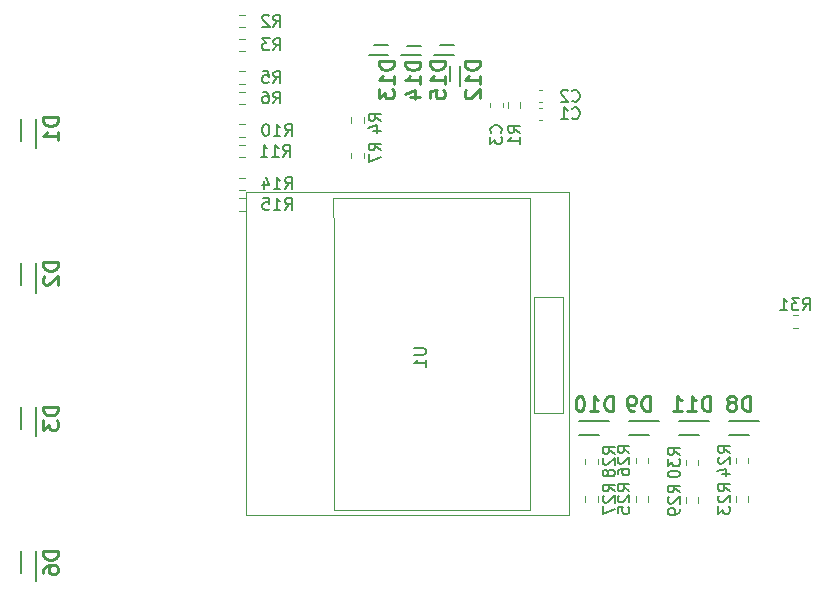
<source format=gbr>
%TF.GenerationSoftware,KiCad,Pcbnew,9.0.3*%
%TF.CreationDate,2025-07-23T10:37:13+02:00*%
%TF.ProjectId,DinoSpand_v2.0,44696e6f-5370-4616-9e64-5f76322e302e,rev?*%
%TF.SameCoordinates,Original*%
%TF.FileFunction,Legend,Bot*%
%TF.FilePolarity,Positive*%
%FSLAX46Y46*%
G04 Gerber Fmt 4.6, Leading zero omitted, Abs format (unit mm)*
G04 Created by KiCad (PCBNEW 9.0.3) date 2025-07-23 10:37:13*
%MOMM*%
%LPD*%
G01*
G04 APERTURE LIST*
%ADD10C,0.150000*%
%ADD11C,0.254000*%
%ADD12C,0.120000*%
%ADD13C,0.200000*%
G04 APERTURE END LIST*
D10*
X113792857Y-51529819D02*
X114126190Y-51053628D01*
X114364285Y-51529819D02*
X114364285Y-50529819D01*
X114364285Y-50529819D02*
X113983333Y-50529819D01*
X113983333Y-50529819D02*
X113888095Y-50577438D01*
X113888095Y-50577438D02*
X113840476Y-50625057D01*
X113840476Y-50625057D02*
X113792857Y-50720295D01*
X113792857Y-50720295D02*
X113792857Y-50863152D01*
X113792857Y-50863152D02*
X113840476Y-50958390D01*
X113840476Y-50958390D02*
X113888095Y-51006009D01*
X113888095Y-51006009D02*
X113983333Y-51053628D01*
X113983333Y-51053628D02*
X114364285Y-51053628D01*
X112840476Y-51529819D02*
X113411904Y-51529819D01*
X113126190Y-51529819D02*
X113126190Y-50529819D01*
X113126190Y-50529819D02*
X113221428Y-50672676D01*
X113221428Y-50672676D02*
X113316666Y-50767914D01*
X113316666Y-50767914D02*
X113411904Y-50815533D01*
X112221428Y-50529819D02*
X112126190Y-50529819D01*
X112126190Y-50529819D02*
X112030952Y-50577438D01*
X112030952Y-50577438D02*
X111983333Y-50625057D01*
X111983333Y-50625057D02*
X111935714Y-50720295D01*
X111935714Y-50720295D02*
X111888095Y-50910771D01*
X111888095Y-50910771D02*
X111888095Y-51148866D01*
X111888095Y-51148866D02*
X111935714Y-51339342D01*
X111935714Y-51339342D02*
X111983333Y-51434580D01*
X111983333Y-51434580D02*
X112030952Y-51482200D01*
X112030952Y-51482200D02*
X112126190Y-51529819D01*
X112126190Y-51529819D02*
X112221428Y-51529819D01*
X112221428Y-51529819D02*
X112316666Y-51482200D01*
X112316666Y-51482200D02*
X112364285Y-51434580D01*
X112364285Y-51434580D02*
X112411904Y-51339342D01*
X112411904Y-51339342D02*
X112459523Y-51148866D01*
X112459523Y-51148866D02*
X112459523Y-50910771D01*
X112459523Y-50910771D02*
X112411904Y-50720295D01*
X112411904Y-50720295D02*
X112364285Y-50625057D01*
X112364285Y-50625057D02*
X112316666Y-50577438D01*
X112316666Y-50577438D02*
X112221428Y-50529819D01*
D11*
X127324318Y-45207856D02*
X126054318Y-45207856D01*
X126054318Y-45207856D02*
X126054318Y-45510237D01*
X126054318Y-45510237D02*
X126114794Y-45691666D01*
X126114794Y-45691666D02*
X126235746Y-45812618D01*
X126235746Y-45812618D02*
X126356699Y-45873095D01*
X126356699Y-45873095D02*
X126598603Y-45933571D01*
X126598603Y-45933571D02*
X126780032Y-45933571D01*
X126780032Y-45933571D02*
X127021937Y-45873095D01*
X127021937Y-45873095D02*
X127142889Y-45812618D01*
X127142889Y-45812618D02*
X127263842Y-45691666D01*
X127263842Y-45691666D02*
X127324318Y-45510237D01*
X127324318Y-45510237D02*
X127324318Y-45207856D01*
X127324318Y-47143095D02*
X127324318Y-46417380D01*
X127324318Y-46780237D02*
X126054318Y-46780237D01*
X126054318Y-46780237D02*
X126235746Y-46659285D01*
X126235746Y-46659285D02*
X126356699Y-46538333D01*
X126356699Y-46538333D02*
X126417175Y-46417380D01*
X126054318Y-48292142D02*
X126054318Y-47687380D01*
X126054318Y-47687380D02*
X126659080Y-47626904D01*
X126659080Y-47626904D02*
X126598603Y-47687380D01*
X126598603Y-47687380D02*
X126538127Y-47808333D01*
X126538127Y-47808333D02*
X126538127Y-48110714D01*
X126538127Y-48110714D02*
X126598603Y-48231666D01*
X126598603Y-48231666D02*
X126659080Y-48292142D01*
X126659080Y-48292142D02*
X126780032Y-48352619D01*
X126780032Y-48352619D02*
X127082413Y-48352619D01*
X127082413Y-48352619D02*
X127203365Y-48292142D01*
X127203365Y-48292142D02*
X127263842Y-48231666D01*
X127263842Y-48231666D02*
X127324318Y-48110714D01*
X127324318Y-48110714D02*
X127324318Y-47808333D01*
X127324318Y-47808333D02*
X127263842Y-47687380D01*
X127263842Y-47687380D02*
X127203365Y-47626904D01*
D10*
X147204819Y-78532142D02*
X146728628Y-78198809D01*
X147204819Y-77960714D02*
X146204819Y-77960714D01*
X146204819Y-77960714D02*
X146204819Y-78341666D01*
X146204819Y-78341666D02*
X146252438Y-78436904D01*
X146252438Y-78436904D02*
X146300057Y-78484523D01*
X146300057Y-78484523D02*
X146395295Y-78532142D01*
X146395295Y-78532142D02*
X146538152Y-78532142D01*
X146538152Y-78532142D02*
X146633390Y-78484523D01*
X146633390Y-78484523D02*
X146681009Y-78436904D01*
X146681009Y-78436904D02*
X146728628Y-78341666D01*
X146728628Y-78341666D02*
X146728628Y-77960714D01*
X146204819Y-78865476D02*
X146204819Y-79484523D01*
X146204819Y-79484523D02*
X146585771Y-79151190D01*
X146585771Y-79151190D02*
X146585771Y-79294047D01*
X146585771Y-79294047D02*
X146633390Y-79389285D01*
X146633390Y-79389285D02*
X146681009Y-79436904D01*
X146681009Y-79436904D02*
X146776247Y-79484523D01*
X146776247Y-79484523D02*
X147014342Y-79484523D01*
X147014342Y-79484523D02*
X147109580Y-79436904D01*
X147109580Y-79436904D02*
X147157200Y-79389285D01*
X147157200Y-79389285D02*
X147204819Y-79294047D01*
X147204819Y-79294047D02*
X147204819Y-79008333D01*
X147204819Y-79008333D02*
X147157200Y-78913095D01*
X147157200Y-78913095D02*
X147109580Y-78865476D01*
X146204819Y-80103571D02*
X146204819Y-80198809D01*
X146204819Y-80198809D02*
X146252438Y-80294047D01*
X146252438Y-80294047D02*
X146300057Y-80341666D01*
X146300057Y-80341666D02*
X146395295Y-80389285D01*
X146395295Y-80389285D02*
X146585771Y-80436904D01*
X146585771Y-80436904D02*
X146823866Y-80436904D01*
X146823866Y-80436904D02*
X147014342Y-80389285D01*
X147014342Y-80389285D02*
X147109580Y-80341666D01*
X147109580Y-80341666D02*
X147157200Y-80294047D01*
X147157200Y-80294047D02*
X147204819Y-80198809D01*
X147204819Y-80198809D02*
X147204819Y-80103571D01*
X147204819Y-80103571D02*
X147157200Y-80008333D01*
X147157200Y-80008333D02*
X147109580Y-79960714D01*
X147109580Y-79960714D02*
X147014342Y-79913095D01*
X147014342Y-79913095D02*
X146823866Y-79865476D01*
X146823866Y-79865476D02*
X146585771Y-79865476D01*
X146585771Y-79865476D02*
X146395295Y-79913095D01*
X146395295Y-79913095D02*
X146300057Y-79960714D01*
X146300057Y-79960714D02*
X146252438Y-80008333D01*
X146252438Y-80008333D02*
X146204819Y-80103571D01*
X138116666Y-48534580D02*
X138164285Y-48582200D01*
X138164285Y-48582200D02*
X138307142Y-48629819D01*
X138307142Y-48629819D02*
X138402380Y-48629819D01*
X138402380Y-48629819D02*
X138545237Y-48582200D01*
X138545237Y-48582200D02*
X138640475Y-48486961D01*
X138640475Y-48486961D02*
X138688094Y-48391723D01*
X138688094Y-48391723D02*
X138735713Y-48201247D01*
X138735713Y-48201247D02*
X138735713Y-48058390D01*
X138735713Y-48058390D02*
X138688094Y-47867914D01*
X138688094Y-47867914D02*
X138640475Y-47772676D01*
X138640475Y-47772676D02*
X138545237Y-47677438D01*
X138545237Y-47677438D02*
X138402380Y-47629819D01*
X138402380Y-47629819D02*
X138307142Y-47629819D01*
X138307142Y-47629819D02*
X138164285Y-47677438D01*
X138164285Y-47677438D02*
X138116666Y-47725057D01*
X137735713Y-47725057D02*
X137688094Y-47677438D01*
X137688094Y-47677438D02*
X137592856Y-47629819D01*
X137592856Y-47629819D02*
X137354761Y-47629819D01*
X137354761Y-47629819D02*
X137259523Y-47677438D01*
X137259523Y-47677438D02*
X137211904Y-47725057D01*
X137211904Y-47725057D02*
X137164285Y-47820295D01*
X137164285Y-47820295D02*
X137164285Y-47915533D01*
X137164285Y-47915533D02*
X137211904Y-48058390D01*
X137211904Y-48058390D02*
X137783332Y-48629819D01*
X137783332Y-48629819D02*
X137164285Y-48629819D01*
X133674819Y-51258333D02*
X133198628Y-50925000D01*
X133674819Y-50686905D02*
X132674819Y-50686905D01*
X132674819Y-50686905D02*
X132674819Y-51067857D01*
X132674819Y-51067857D02*
X132722438Y-51163095D01*
X132722438Y-51163095D02*
X132770057Y-51210714D01*
X132770057Y-51210714D02*
X132865295Y-51258333D01*
X132865295Y-51258333D02*
X133008152Y-51258333D01*
X133008152Y-51258333D02*
X133103390Y-51210714D01*
X133103390Y-51210714D02*
X133151009Y-51163095D01*
X133151009Y-51163095D02*
X133198628Y-51067857D01*
X133198628Y-51067857D02*
X133198628Y-50686905D01*
X133674819Y-52210714D02*
X133674819Y-51639286D01*
X133674819Y-51925000D02*
X132674819Y-51925000D01*
X132674819Y-51925000D02*
X132817676Y-51829762D01*
X132817676Y-51829762D02*
X132912914Y-51734524D01*
X132912914Y-51734524D02*
X132960533Y-51639286D01*
X142954819Y-78357142D02*
X142478628Y-78023809D01*
X142954819Y-77785714D02*
X141954819Y-77785714D01*
X141954819Y-77785714D02*
X141954819Y-78166666D01*
X141954819Y-78166666D02*
X142002438Y-78261904D01*
X142002438Y-78261904D02*
X142050057Y-78309523D01*
X142050057Y-78309523D02*
X142145295Y-78357142D01*
X142145295Y-78357142D02*
X142288152Y-78357142D01*
X142288152Y-78357142D02*
X142383390Y-78309523D01*
X142383390Y-78309523D02*
X142431009Y-78261904D01*
X142431009Y-78261904D02*
X142478628Y-78166666D01*
X142478628Y-78166666D02*
X142478628Y-77785714D01*
X142050057Y-78738095D02*
X142002438Y-78785714D01*
X142002438Y-78785714D02*
X141954819Y-78880952D01*
X141954819Y-78880952D02*
X141954819Y-79119047D01*
X141954819Y-79119047D02*
X142002438Y-79214285D01*
X142002438Y-79214285D02*
X142050057Y-79261904D01*
X142050057Y-79261904D02*
X142145295Y-79309523D01*
X142145295Y-79309523D02*
X142240533Y-79309523D01*
X142240533Y-79309523D02*
X142383390Y-79261904D01*
X142383390Y-79261904D02*
X142954819Y-78690476D01*
X142954819Y-78690476D02*
X142954819Y-79309523D01*
X141954819Y-80166666D02*
X141954819Y-79976190D01*
X141954819Y-79976190D02*
X142002438Y-79880952D01*
X142002438Y-79880952D02*
X142050057Y-79833333D01*
X142050057Y-79833333D02*
X142192914Y-79738095D01*
X142192914Y-79738095D02*
X142383390Y-79690476D01*
X142383390Y-79690476D02*
X142764342Y-79690476D01*
X142764342Y-79690476D02*
X142859580Y-79738095D01*
X142859580Y-79738095D02*
X142907200Y-79785714D01*
X142907200Y-79785714D02*
X142954819Y-79880952D01*
X142954819Y-79880952D02*
X142954819Y-80071428D01*
X142954819Y-80071428D02*
X142907200Y-80166666D01*
X142907200Y-80166666D02*
X142859580Y-80214285D01*
X142859580Y-80214285D02*
X142764342Y-80261904D01*
X142764342Y-80261904D02*
X142526247Y-80261904D01*
X142526247Y-80261904D02*
X142431009Y-80214285D01*
X142431009Y-80214285D02*
X142383390Y-80166666D01*
X142383390Y-80166666D02*
X142335771Y-80071428D01*
X142335771Y-80071428D02*
X142335771Y-79880952D01*
X142335771Y-79880952D02*
X142383390Y-79785714D01*
X142383390Y-79785714D02*
X142431009Y-79738095D01*
X142431009Y-79738095D02*
X142526247Y-79690476D01*
X113792857Y-56029819D02*
X114126190Y-55553628D01*
X114364285Y-56029819D02*
X114364285Y-55029819D01*
X114364285Y-55029819D02*
X113983333Y-55029819D01*
X113983333Y-55029819D02*
X113888095Y-55077438D01*
X113888095Y-55077438D02*
X113840476Y-55125057D01*
X113840476Y-55125057D02*
X113792857Y-55220295D01*
X113792857Y-55220295D02*
X113792857Y-55363152D01*
X113792857Y-55363152D02*
X113840476Y-55458390D01*
X113840476Y-55458390D02*
X113888095Y-55506009D01*
X113888095Y-55506009D02*
X113983333Y-55553628D01*
X113983333Y-55553628D02*
X114364285Y-55553628D01*
X112840476Y-56029819D02*
X113411904Y-56029819D01*
X113126190Y-56029819D02*
X113126190Y-55029819D01*
X113126190Y-55029819D02*
X113221428Y-55172676D01*
X113221428Y-55172676D02*
X113316666Y-55267914D01*
X113316666Y-55267914D02*
X113411904Y-55315533D01*
X111983333Y-55363152D02*
X111983333Y-56029819D01*
X112221428Y-54982200D02*
X112459523Y-55696485D01*
X112459523Y-55696485D02*
X111840476Y-55696485D01*
X138116666Y-50024580D02*
X138164285Y-50072200D01*
X138164285Y-50072200D02*
X138307142Y-50119819D01*
X138307142Y-50119819D02*
X138402380Y-50119819D01*
X138402380Y-50119819D02*
X138545237Y-50072200D01*
X138545237Y-50072200D02*
X138640475Y-49976961D01*
X138640475Y-49976961D02*
X138688094Y-49881723D01*
X138688094Y-49881723D02*
X138735713Y-49691247D01*
X138735713Y-49691247D02*
X138735713Y-49548390D01*
X138735713Y-49548390D02*
X138688094Y-49357914D01*
X138688094Y-49357914D02*
X138640475Y-49262676D01*
X138640475Y-49262676D02*
X138545237Y-49167438D01*
X138545237Y-49167438D02*
X138402380Y-49119819D01*
X138402380Y-49119819D02*
X138307142Y-49119819D01*
X138307142Y-49119819D02*
X138164285Y-49167438D01*
X138164285Y-49167438D02*
X138116666Y-49215057D01*
X137164285Y-50119819D02*
X137735713Y-50119819D01*
X137449999Y-50119819D02*
X137449999Y-49119819D01*
X137449999Y-49119819D02*
X137545237Y-49262676D01*
X137545237Y-49262676D02*
X137640475Y-49357914D01*
X137640475Y-49357914D02*
X137735713Y-49405533D01*
X112816666Y-42279819D02*
X113149999Y-41803628D01*
X113388094Y-42279819D02*
X113388094Y-41279819D01*
X113388094Y-41279819D02*
X113007142Y-41279819D01*
X113007142Y-41279819D02*
X112911904Y-41327438D01*
X112911904Y-41327438D02*
X112864285Y-41375057D01*
X112864285Y-41375057D02*
X112816666Y-41470295D01*
X112816666Y-41470295D02*
X112816666Y-41613152D01*
X112816666Y-41613152D02*
X112864285Y-41708390D01*
X112864285Y-41708390D02*
X112911904Y-41756009D01*
X112911904Y-41756009D02*
X113007142Y-41803628D01*
X113007142Y-41803628D02*
X113388094Y-41803628D01*
X112435713Y-41375057D02*
X112388094Y-41327438D01*
X112388094Y-41327438D02*
X112292856Y-41279819D01*
X112292856Y-41279819D02*
X112054761Y-41279819D01*
X112054761Y-41279819D02*
X111959523Y-41327438D01*
X111959523Y-41327438D02*
X111911904Y-41375057D01*
X111911904Y-41375057D02*
X111864285Y-41470295D01*
X111864285Y-41470295D02*
X111864285Y-41565533D01*
X111864285Y-41565533D02*
X111911904Y-41708390D01*
X111911904Y-41708390D02*
X112483332Y-42279819D01*
X112483332Y-42279819D02*
X111864285Y-42279819D01*
X112816666Y-48779819D02*
X113149999Y-48303628D01*
X113388094Y-48779819D02*
X113388094Y-47779819D01*
X113388094Y-47779819D02*
X113007142Y-47779819D01*
X113007142Y-47779819D02*
X112911904Y-47827438D01*
X112911904Y-47827438D02*
X112864285Y-47875057D01*
X112864285Y-47875057D02*
X112816666Y-47970295D01*
X112816666Y-47970295D02*
X112816666Y-48113152D01*
X112816666Y-48113152D02*
X112864285Y-48208390D01*
X112864285Y-48208390D02*
X112911904Y-48256009D01*
X112911904Y-48256009D02*
X113007142Y-48303628D01*
X113007142Y-48303628D02*
X113388094Y-48303628D01*
X111959523Y-47779819D02*
X112149999Y-47779819D01*
X112149999Y-47779819D02*
X112245237Y-47827438D01*
X112245237Y-47827438D02*
X112292856Y-47875057D01*
X112292856Y-47875057D02*
X112388094Y-48017914D01*
X112388094Y-48017914D02*
X112435713Y-48208390D01*
X112435713Y-48208390D02*
X112435713Y-48589342D01*
X112435713Y-48589342D02*
X112388094Y-48684580D01*
X112388094Y-48684580D02*
X112340475Y-48732200D01*
X112340475Y-48732200D02*
X112245237Y-48779819D01*
X112245237Y-48779819D02*
X112054761Y-48779819D01*
X112054761Y-48779819D02*
X111959523Y-48732200D01*
X111959523Y-48732200D02*
X111911904Y-48684580D01*
X111911904Y-48684580D02*
X111864285Y-48589342D01*
X111864285Y-48589342D02*
X111864285Y-48351247D01*
X111864285Y-48351247D02*
X111911904Y-48256009D01*
X111911904Y-48256009D02*
X111959523Y-48208390D01*
X111959523Y-48208390D02*
X112054761Y-48160771D01*
X112054761Y-48160771D02*
X112245237Y-48160771D01*
X112245237Y-48160771D02*
X112340475Y-48208390D01*
X112340475Y-48208390D02*
X112388094Y-48256009D01*
X112388094Y-48256009D02*
X112435713Y-48351247D01*
X113642857Y-53279819D02*
X113976190Y-52803628D01*
X114214285Y-53279819D02*
X114214285Y-52279819D01*
X114214285Y-52279819D02*
X113833333Y-52279819D01*
X113833333Y-52279819D02*
X113738095Y-52327438D01*
X113738095Y-52327438D02*
X113690476Y-52375057D01*
X113690476Y-52375057D02*
X113642857Y-52470295D01*
X113642857Y-52470295D02*
X113642857Y-52613152D01*
X113642857Y-52613152D02*
X113690476Y-52708390D01*
X113690476Y-52708390D02*
X113738095Y-52756009D01*
X113738095Y-52756009D02*
X113833333Y-52803628D01*
X113833333Y-52803628D02*
X114214285Y-52803628D01*
X112690476Y-53279819D02*
X113261904Y-53279819D01*
X112976190Y-53279819D02*
X112976190Y-52279819D01*
X112976190Y-52279819D02*
X113071428Y-52422676D01*
X113071428Y-52422676D02*
X113166666Y-52517914D01*
X113166666Y-52517914D02*
X113261904Y-52565533D01*
X111738095Y-53279819D02*
X112309523Y-53279819D01*
X112023809Y-53279819D02*
X112023809Y-52279819D01*
X112023809Y-52279819D02*
X112119047Y-52422676D01*
X112119047Y-52422676D02*
X112214285Y-52517914D01*
X112214285Y-52517914D02*
X112309523Y-52565533D01*
X147204819Y-81707142D02*
X146728628Y-81373809D01*
X147204819Y-81135714D02*
X146204819Y-81135714D01*
X146204819Y-81135714D02*
X146204819Y-81516666D01*
X146204819Y-81516666D02*
X146252438Y-81611904D01*
X146252438Y-81611904D02*
X146300057Y-81659523D01*
X146300057Y-81659523D02*
X146395295Y-81707142D01*
X146395295Y-81707142D02*
X146538152Y-81707142D01*
X146538152Y-81707142D02*
X146633390Y-81659523D01*
X146633390Y-81659523D02*
X146681009Y-81611904D01*
X146681009Y-81611904D02*
X146728628Y-81516666D01*
X146728628Y-81516666D02*
X146728628Y-81135714D01*
X146300057Y-82088095D02*
X146252438Y-82135714D01*
X146252438Y-82135714D02*
X146204819Y-82230952D01*
X146204819Y-82230952D02*
X146204819Y-82469047D01*
X146204819Y-82469047D02*
X146252438Y-82564285D01*
X146252438Y-82564285D02*
X146300057Y-82611904D01*
X146300057Y-82611904D02*
X146395295Y-82659523D01*
X146395295Y-82659523D02*
X146490533Y-82659523D01*
X146490533Y-82659523D02*
X146633390Y-82611904D01*
X146633390Y-82611904D02*
X147204819Y-82040476D01*
X147204819Y-82040476D02*
X147204819Y-82659523D01*
X147204819Y-83135714D02*
X147204819Y-83326190D01*
X147204819Y-83326190D02*
X147157200Y-83421428D01*
X147157200Y-83421428D02*
X147109580Y-83469047D01*
X147109580Y-83469047D02*
X146966723Y-83564285D01*
X146966723Y-83564285D02*
X146776247Y-83611904D01*
X146776247Y-83611904D02*
X146395295Y-83611904D01*
X146395295Y-83611904D02*
X146300057Y-83564285D01*
X146300057Y-83564285D02*
X146252438Y-83516666D01*
X146252438Y-83516666D02*
X146204819Y-83421428D01*
X146204819Y-83421428D02*
X146204819Y-83230952D01*
X146204819Y-83230952D02*
X146252438Y-83135714D01*
X146252438Y-83135714D02*
X146300057Y-83088095D01*
X146300057Y-83088095D02*
X146395295Y-83040476D01*
X146395295Y-83040476D02*
X146633390Y-83040476D01*
X146633390Y-83040476D02*
X146728628Y-83088095D01*
X146728628Y-83088095D02*
X146776247Y-83135714D01*
X146776247Y-83135714D02*
X146823866Y-83230952D01*
X146823866Y-83230952D02*
X146823866Y-83421428D01*
X146823866Y-83421428D02*
X146776247Y-83516666D01*
X146776247Y-83516666D02*
X146728628Y-83564285D01*
X146728628Y-83564285D02*
X146633390Y-83611904D01*
X112816666Y-47029819D02*
X113149999Y-46553628D01*
X113388094Y-47029819D02*
X113388094Y-46029819D01*
X113388094Y-46029819D02*
X113007142Y-46029819D01*
X113007142Y-46029819D02*
X112911904Y-46077438D01*
X112911904Y-46077438D02*
X112864285Y-46125057D01*
X112864285Y-46125057D02*
X112816666Y-46220295D01*
X112816666Y-46220295D02*
X112816666Y-46363152D01*
X112816666Y-46363152D02*
X112864285Y-46458390D01*
X112864285Y-46458390D02*
X112911904Y-46506009D01*
X112911904Y-46506009D02*
X113007142Y-46553628D01*
X113007142Y-46553628D02*
X113388094Y-46553628D01*
X111911904Y-46029819D02*
X112388094Y-46029819D01*
X112388094Y-46029819D02*
X112435713Y-46506009D01*
X112435713Y-46506009D02*
X112388094Y-46458390D01*
X112388094Y-46458390D02*
X112292856Y-46410771D01*
X112292856Y-46410771D02*
X112054761Y-46410771D01*
X112054761Y-46410771D02*
X111959523Y-46458390D01*
X111959523Y-46458390D02*
X111911904Y-46506009D01*
X111911904Y-46506009D02*
X111864285Y-46601247D01*
X111864285Y-46601247D02*
X111864285Y-46839342D01*
X111864285Y-46839342D02*
X111911904Y-46934580D01*
X111911904Y-46934580D02*
X111959523Y-46982200D01*
X111959523Y-46982200D02*
X112054761Y-47029819D01*
X112054761Y-47029819D02*
X112292856Y-47029819D01*
X112292856Y-47029819D02*
X112388094Y-46982200D01*
X112388094Y-46982200D02*
X112435713Y-46934580D01*
D11*
X149792143Y-74824318D02*
X149792143Y-73554318D01*
X149792143Y-73554318D02*
X149489762Y-73554318D01*
X149489762Y-73554318D02*
X149308333Y-73614794D01*
X149308333Y-73614794D02*
X149187381Y-73735746D01*
X149187381Y-73735746D02*
X149126904Y-73856699D01*
X149126904Y-73856699D02*
X149066428Y-74098603D01*
X149066428Y-74098603D02*
X149066428Y-74280032D01*
X149066428Y-74280032D02*
X149126904Y-74521937D01*
X149126904Y-74521937D02*
X149187381Y-74642889D01*
X149187381Y-74642889D02*
X149308333Y-74763842D01*
X149308333Y-74763842D02*
X149489762Y-74824318D01*
X149489762Y-74824318D02*
X149792143Y-74824318D01*
X147856904Y-74824318D02*
X148582619Y-74824318D01*
X148219762Y-74824318D02*
X148219762Y-73554318D01*
X148219762Y-73554318D02*
X148340714Y-73735746D01*
X148340714Y-73735746D02*
X148461666Y-73856699D01*
X148461666Y-73856699D02*
X148582619Y-73917175D01*
X146647380Y-74824318D02*
X147373095Y-74824318D01*
X147010238Y-74824318D02*
X147010238Y-73554318D01*
X147010238Y-73554318D02*
X147131190Y-73735746D01*
X147131190Y-73735746D02*
X147252142Y-73856699D01*
X147252142Y-73856699D02*
X147373095Y-73917175D01*
X94574318Y-86683170D02*
X93304318Y-86683170D01*
X93304318Y-86683170D02*
X93304318Y-86985551D01*
X93304318Y-86985551D02*
X93364794Y-87166980D01*
X93364794Y-87166980D02*
X93485746Y-87287932D01*
X93485746Y-87287932D02*
X93606699Y-87348409D01*
X93606699Y-87348409D02*
X93848603Y-87408885D01*
X93848603Y-87408885D02*
X94030032Y-87408885D01*
X94030032Y-87408885D02*
X94271937Y-87348409D01*
X94271937Y-87348409D02*
X94392889Y-87287932D01*
X94392889Y-87287932D02*
X94513842Y-87166980D01*
X94513842Y-87166980D02*
X94574318Y-86985551D01*
X94574318Y-86985551D02*
X94574318Y-86683170D01*
X93304318Y-88497456D02*
X93304318Y-88255551D01*
X93304318Y-88255551D02*
X93364794Y-88134599D01*
X93364794Y-88134599D02*
X93425270Y-88074123D01*
X93425270Y-88074123D02*
X93606699Y-87953170D01*
X93606699Y-87953170D02*
X93848603Y-87892694D01*
X93848603Y-87892694D02*
X94332413Y-87892694D01*
X94332413Y-87892694D02*
X94453365Y-87953170D01*
X94453365Y-87953170D02*
X94513842Y-88013647D01*
X94513842Y-88013647D02*
X94574318Y-88134599D01*
X94574318Y-88134599D02*
X94574318Y-88376504D01*
X94574318Y-88376504D02*
X94513842Y-88497456D01*
X94513842Y-88497456D02*
X94453365Y-88557932D01*
X94453365Y-88557932D02*
X94332413Y-88618409D01*
X94332413Y-88618409D02*
X94030032Y-88618409D01*
X94030032Y-88618409D02*
X93909080Y-88557932D01*
X93909080Y-88557932D02*
X93848603Y-88497456D01*
X93848603Y-88497456D02*
X93788127Y-88376504D01*
X93788127Y-88376504D02*
X93788127Y-88134599D01*
X93788127Y-88134599D02*
X93848603Y-88013647D01*
X93848603Y-88013647D02*
X93909080Y-87953170D01*
X93909080Y-87953170D02*
X94030032Y-87892694D01*
D10*
X132059580Y-51258333D02*
X132107200Y-51210714D01*
X132107200Y-51210714D02*
X132154819Y-51067857D01*
X132154819Y-51067857D02*
X132154819Y-50972619D01*
X132154819Y-50972619D02*
X132107200Y-50829762D01*
X132107200Y-50829762D02*
X132011961Y-50734524D01*
X132011961Y-50734524D02*
X131916723Y-50686905D01*
X131916723Y-50686905D02*
X131726247Y-50639286D01*
X131726247Y-50639286D02*
X131583390Y-50639286D01*
X131583390Y-50639286D02*
X131392914Y-50686905D01*
X131392914Y-50686905D02*
X131297676Y-50734524D01*
X131297676Y-50734524D02*
X131202438Y-50829762D01*
X131202438Y-50829762D02*
X131154819Y-50972619D01*
X131154819Y-50972619D02*
X131154819Y-51067857D01*
X131154819Y-51067857D02*
X131202438Y-51210714D01*
X131202438Y-51210714D02*
X131250057Y-51258333D01*
X131154819Y-51591667D02*
X131154819Y-52210714D01*
X131154819Y-52210714D02*
X131535771Y-51877381D01*
X131535771Y-51877381D02*
X131535771Y-52020238D01*
X131535771Y-52020238D02*
X131583390Y-52115476D01*
X131583390Y-52115476D02*
X131631009Y-52163095D01*
X131631009Y-52163095D02*
X131726247Y-52210714D01*
X131726247Y-52210714D02*
X131964342Y-52210714D01*
X131964342Y-52210714D02*
X132059580Y-52163095D01*
X132059580Y-52163095D02*
X132107200Y-52115476D01*
X132107200Y-52115476D02*
X132154819Y-52020238D01*
X132154819Y-52020238D02*
X132154819Y-51734524D01*
X132154819Y-51734524D02*
X132107200Y-51639286D01*
X132107200Y-51639286D02*
X132059580Y-51591667D01*
X121879819Y-50258333D02*
X121403628Y-49925000D01*
X121879819Y-49686905D02*
X120879819Y-49686905D01*
X120879819Y-49686905D02*
X120879819Y-50067857D01*
X120879819Y-50067857D02*
X120927438Y-50163095D01*
X120927438Y-50163095D02*
X120975057Y-50210714D01*
X120975057Y-50210714D02*
X121070295Y-50258333D01*
X121070295Y-50258333D02*
X121213152Y-50258333D01*
X121213152Y-50258333D02*
X121308390Y-50210714D01*
X121308390Y-50210714D02*
X121356009Y-50163095D01*
X121356009Y-50163095D02*
X121403628Y-50067857D01*
X121403628Y-50067857D02*
X121403628Y-49686905D01*
X121213152Y-51115476D02*
X121879819Y-51115476D01*
X120832200Y-50877381D02*
X121546485Y-50639286D01*
X121546485Y-50639286D02*
X121546485Y-51258333D01*
D11*
X153187381Y-74824318D02*
X153187381Y-73554318D01*
X153187381Y-73554318D02*
X152885000Y-73554318D01*
X152885000Y-73554318D02*
X152703571Y-73614794D01*
X152703571Y-73614794D02*
X152582619Y-73735746D01*
X152582619Y-73735746D02*
X152522142Y-73856699D01*
X152522142Y-73856699D02*
X152461666Y-74098603D01*
X152461666Y-74098603D02*
X152461666Y-74280032D01*
X152461666Y-74280032D02*
X152522142Y-74521937D01*
X152522142Y-74521937D02*
X152582619Y-74642889D01*
X152582619Y-74642889D02*
X152703571Y-74763842D01*
X152703571Y-74763842D02*
X152885000Y-74824318D01*
X152885000Y-74824318D02*
X153187381Y-74824318D01*
X151735952Y-74098603D02*
X151856904Y-74038127D01*
X151856904Y-74038127D02*
X151917381Y-73977651D01*
X151917381Y-73977651D02*
X151977857Y-73856699D01*
X151977857Y-73856699D02*
X151977857Y-73796222D01*
X151977857Y-73796222D02*
X151917381Y-73675270D01*
X151917381Y-73675270D02*
X151856904Y-73614794D01*
X151856904Y-73614794D02*
X151735952Y-73554318D01*
X151735952Y-73554318D02*
X151494047Y-73554318D01*
X151494047Y-73554318D02*
X151373095Y-73614794D01*
X151373095Y-73614794D02*
X151312619Y-73675270D01*
X151312619Y-73675270D02*
X151252142Y-73796222D01*
X151252142Y-73796222D02*
X151252142Y-73856699D01*
X151252142Y-73856699D02*
X151312619Y-73977651D01*
X151312619Y-73977651D02*
X151373095Y-74038127D01*
X151373095Y-74038127D02*
X151494047Y-74098603D01*
X151494047Y-74098603D02*
X151735952Y-74098603D01*
X151735952Y-74098603D02*
X151856904Y-74159080D01*
X151856904Y-74159080D02*
X151917381Y-74219556D01*
X151917381Y-74219556D02*
X151977857Y-74340508D01*
X151977857Y-74340508D02*
X151977857Y-74582413D01*
X151977857Y-74582413D02*
X151917381Y-74703365D01*
X151917381Y-74703365D02*
X151856904Y-74763842D01*
X151856904Y-74763842D02*
X151735952Y-74824318D01*
X151735952Y-74824318D02*
X151494047Y-74824318D01*
X151494047Y-74824318D02*
X151373095Y-74763842D01*
X151373095Y-74763842D02*
X151312619Y-74703365D01*
X151312619Y-74703365D02*
X151252142Y-74582413D01*
X151252142Y-74582413D02*
X151252142Y-74340508D01*
X151252142Y-74340508D02*
X151312619Y-74219556D01*
X151312619Y-74219556D02*
X151373095Y-74159080D01*
X151373095Y-74159080D02*
X151494047Y-74098603D01*
X94574318Y-74462618D02*
X93304318Y-74462618D01*
X93304318Y-74462618D02*
X93304318Y-74764999D01*
X93304318Y-74764999D02*
X93364794Y-74946428D01*
X93364794Y-74946428D02*
X93485746Y-75067380D01*
X93485746Y-75067380D02*
X93606699Y-75127857D01*
X93606699Y-75127857D02*
X93848603Y-75188333D01*
X93848603Y-75188333D02*
X94030032Y-75188333D01*
X94030032Y-75188333D02*
X94271937Y-75127857D01*
X94271937Y-75127857D02*
X94392889Y-75067380D01*
X94392889Y-75067380D02*
X94513842Y-74946428D01*
X94513842Y-74946428D02*
X94574318Y-74764999D01*
X94574318Y-74764999D02*
X94574318Y-74462618D01*
X93304318Y-75611666D02*
X93304318Y-76397857D01*
X93304318Y-76397857D02*
X93788127Y-75974523D01*
X93788127Y-75974523D02*
X93788127Y-76155952D01*
X93788127Y-76155952D02*
X93848603Y-76276904D01*
X93848603Y-76276904D02*
X93909080Y-76337380D01*
X93909080Y-76337380D02*
X94030032Y-76397857D01*
X94030032Y-76397857D02*
X94332413Y-76397857D01*
X94332413Y-76397857D02*
X94453365Y-76337380D01*
X94453365Y-76337380D02*
X94513842Y-76276904D01*
X94513842Y-76276904D02*
X94574318Y-76155952D01*
X94574318Y-76155952D02*
X94574318Y-75793095D01*
X94574318Y-75793095D02*
X94513842Y-75672142D01*
X94513842Y-75672142D02*
X94453365Y-75611666D01*
X125264318Y-45234332D02*
X123994318Y-45234332D01*
X123994318Y-45234332D02*
X123994318Y-45536713D01*
X123994318Y-45536713D02*
X124054794Y-45718142D01*
X124054794Y-45718142D02*
X124175746Y-45839094D01*
X124175746Y-45839094D02*
X124296699Y-45899571D01*
X124296699Y-45899571D02*
X124538603Y-45960047D01*
X124538603Y-45960047D02*
X124720032Y-45960047D01*
X124720032Y-45960047D02*
X124961937Y-45899571D01*
X124961937Y-45899571D02*
X125082889Y-45839094D01*
X125082889Y-45839094D02*
X125203842Y-45718142D01*
X125203842Y-45718142D02*
X125264318Y-45536713D01*
X125264318Y-45536713D02*
X125264318Y-45234332D01*
X125264318Y-47169571D02*
X125264318Y-46443856D01*
X125264318Y-46806713D02*
X123994318Y-46806713D01*
X123994318Y-46806713D02*
X124175746Y-46685761D01*
X124175746Y-46685761D02*
X124296699Y-46564809D01*
X124296699Y-46564809D02*
X124357175Y-46443856D01*
X124417651Y-48258142D02*
X125264318Y-48258142D01*
X123933842Y-47955761D02*
X124840984Y-47653380D01*
X124840984Y-47653380D02*
X124840984Y-48439571D01*
D10*
X113792857Y-57779819D02*
X114126190Y-57303628D01*
X114364285Y-57779819D02*
X114364285Y-56779819D01*
X114364285Y-56779819D02*
X113983333Y-56779819D01*
X113983333Y-56779819D02*
X113888095Y-56827438D01*
X113888095Y-56827438D02*
X113840476Y-56875057D01*
X113840476Y-56875057D02*
X113792857Y-56970295D01*
X113792857Y-56970295D02*
X113792857Y-57113152D01*
X113792857Y-57113152D02*
X113840476Y-57208390D01*
X113840476Y-57208390D02*
X113888095Y-57256009D01*
X113888095Y-57256009D02*
X113983333Y-57303628D01*
X113983333Y-57303628D02*
X114364285Y-57303628D01*
X112840476Y-57779819D02*
X113411904Y-57779819D01*
X113126190Y-57779819D02*
X113126190Y-56779819D01*
X113126190Y-56779819D02*
X113221428Y-56922676D01*
X113221428Y-56922676D02*
X113316666Y-57017914D01*
X113316666Y-57017914D02*
X113411904Y-57065533D01*
X111935714Y-56779819D02*
X112411904Y-56779819D01*
X112411904Y-56779819D02*
X112459523Y-57256009D01*
X112459523Y-57256009D02*
X112411904Y-57208390D01*
X112411904Y-57208390D02*
X112316666Y-57160771D01*
X112316666Y-57160771D02*
X112078571Y-57160771D01*
X112078571Y-57160771D02*
X111983333Y-57208390D01*
X111983333Y-57208390D02*
X111935714Y-57256009D01*
X111935714Y-57256009D02*
X111888095Y-57351247D01*
X111888095Y-57351247D02*
X111888095Y-57589342D01*
X111888095Y-57589342D02*
X111935714Y-57684580D01*
X111935714Y-57684580D02*
X111983333Y-57732200D01*
X111983333Y-57732200D02*
X112078571Y-57779819D01*
X112078571Y-57779819D02*
X112316666Y-57779819D01*
X112316666Y-57779819D02*
X112411904Y-57732200D01*
X112411904Y-57732200D02*
X112459523Y-57684580D01*
X157642857Y-66274819D02*
X157976190Y-65798628D01*
X158214285Y-66274819D02*
X158214285Y-65274819D01*
X158214285Y-65274819D02*
X157833333Y-65274819D01*
X157833333Y-65274819D02*
X157738095Y-65322438D01*
X157738095Y-65322438D02*
X157690476Y-65370057D01*
X157690476Y-65370057D02*
X157642857Y-65465295D01*
X157642857Y-65465295D02*
X157642857Y-65608152D01*
X157642857Y-65608152D02*
X157690476Y-65703390D01*
X157690476Y-65703390D02*
X157738095Y-65751009D01*
X157738095Y-65751009D02*
X157833333Y-65798628D01*
X157833333Y-65798628D02*
X158214285Y-65798628D01*
X157309523Y-65274819D02*
X156690476Y-65274819D01*
X156690476Y-65274819D02*
X157023809Y-65655771D01*
X157023809Y-65655771D02*
X156880952Y-65655771D01*
X156880952Y-65655771D02*
X156785714Y-65703390D01*
X156785714Y-65703390D02*
X156738095Y-65751009D01*
X156738095Y-65751009D02*
X156690476Y-65846247D01*
X156690476Y-65846247D02*
X156690476Y-66084342D01*
X156690476Y-66084342D02*
X156738095Y-66179580D01*
X156738095Y-66179580D02*
X156785714Y-66227200D01*
X156785714Y-66227200D02*
X156880952Y-66274819D01*
X156880952Y-66274819D02*
X157166666Y-66274819D01*
X157166666Y-66274819D02*
X157261904Y-66227200D01*
X157261904Y-66227200D02*
X157309523Y-66179580D01*
X155738095Y-66274819D02*
X156309523Y-66274819D01*
X156023809Y-66274819D02*
X156023809Y-65274819D01*
X156023809Y-65274819D02*
X156119047Y-65417676D01*
X156119047Y-65417676D02*
X156214285Y-65512914D01*
X156214285Y-65512914D02*
X156309523Y-65560533D01*
X151454819Y-78357142D02*
X150978628Y-78023809D01*
X151454819Y-77785714D02*
X150454819Y-77785714D01*
X150454819Y-77785714D02*
X150454819Y-78166666D01*
X150454819Y-78166666D02*
X150502438Y-78261904D01*
X150502438Y-78261904D02*
X150550057Y-78309523D01*
X150550057Y-78309523D02*
X150645295Y-78357142D01*
X150645295Y-78357142D02*
X150788152Y-78357142D01*
X150788152Y-78357142D02*
X150883390Y-78309523D01*
X150883390Y-78309523D02*
X150931009Y-78261904D01*
X150931009Y-78261904D02*
X150978628Y-78166666D01*
X150978628Y-78166666D02*
X150978628Y-77785714D01*
X150550057Y-78738095D02*
X150502438Y-78785714D01*
X150502438Y-78785714D02*
X150454819Y-78880952D01*
X150454819Y-78880952D02*
X150454819Y-79119047D01*
X150454819Y-79119047D02*
X150502438Y-79214285D01*
X150502438Y-79214285D02*
X150550057Y-79261904D01*
X150550057Y-79261904D02*
X150645295Y-79309523D01*
X150645295Y-79309523D02*
X150740533Y-79309523D01*
X150740533Y-79309523D02*
X150883390Y-79261904D01*
X150883390Y-79261904D02*
X151454819Y-78690476D01*
X151454819Y-78690476D02*
X151454819Y-79309523D01*
X150788152Y-80166666D02*
X151454819Y-80166666D01*
X150407200Y-79928571D02*
X151121485Y-79690476D01*
X151121485Y-79690476D02*
X151121485Y-80309523D01*
D11*
X130264318Y-45207856D02*
X128994318Y-45207856D01*
X128994318Y-45207856D02*
X128994318Y-45510237D01*
X128994318Y-45510237D02*
X129054794Y-45691666D01*
X129054794Y-45691666D02*
X129175746Y-45812618D01*
X129175746Y-45812618D02*
X129296699Y-45873095D01*
X129296699Y-45873095D02*
X129538603Y-45933571D01*
X129538603Y-45933571D02*
X129720032Y-45933571D01*
X129720032Y-45933571D02*
X129961937Y-45873095D01*
X129961937Y-45873095D02*
X130082889Y-45812618D01*
X130082889Y-45812618D02*
X130203842Y-45691666D01*
X130203842Y-45691666D02*
X130264318Y-45510237D01*
X130264318Y-45510237D02*
X130264318Y-45207856D01*
X130264318Y-47143095D02*
X130264318Y-46417380D01*
X130264318Y-46780237D02*
X128994318Y-46780237D01*
X128994318Y-46780237D02*
X129175746Y-46659285D01*
X129175746Y-46659285D02*
X129296699Y-46538333D01*
X129296699Y-46538333D02*
X129357175Y-46417380D01*
X129115270Y-47626904D02*
X129054794Y-47687380D01*
X129054794Y-47687380D02*
X128994318Y-47808333D01*
X128994318Y-47808333D02*
X128994318Y-48110714D01*
X128994318Y-48110714D02*
X129054794Y-48231666D01*
X129054794Y-48231666D02*
X129115270Y-48292142D01*
X129115270Y-48292142D02*
X129236222Y-48352619D01*
X129236222Y-48352619D02*
X129357175Y-48352619D01*
X129357175Y-48352619D02*
X129538603Y-48292142D01*
X129538603Y-48292142D02*
X130264318Y-47566428D01*
X130264318Y-47566428D02*
X130264318Y-48352619D01*
D10*
X112816666Y-44279819D02*
X113149999Y-43803628D01*
X113388094Y-44279819D02*
X113388094Y-43279819D01*
X113388094Y-43279819D02*
X113007142Y-43279819D01*
X113007142Y-43279819D02*
X112911904Y-43327438D01*
X112911904Y-43327438D02*
X112864285Y-43375057D01*
X112864285Y-43375057D02*
X112816666Y-43470295D01*
X112816666Y-43470295D02*
X112816666Y-43613152D01*
X112816666Y-43613152D02*
X112864285Y-43708390D01*
X112864285Y-43708390D02*
X112911904Y-43756009D01*
X112911904Y-43756009D02*
X113007142Y-43803628D01*
X113007142Y-43803628D02*
X113388094Y-43803628D01*
X112483332Y-43279819D02*
X111864285Y-43279819D01*
X111864285Y-43279819D02*
X112197618Y-43660771D01*
X112197618Y-43660771D02*
X112054761Y-43660771D01*
X112054761Y-43660771D02*
X111959523Y-43708390D01*
X111959523Y-43708390D02*
X111911904Y-43756009D01*
X111911904Y-43756009D02*
X111864285Y-43851247D01*
X111864285Y-43851247D02*
X111864285Y-44089342D01*
X111864285Y-44089342D02*
X111911904Y-44184580D01*
X111911904Y-44184580D02*
X111959523Y-44232200D01*
X111959523Y-44232200D02*
X112054761Y-44279819D01*
X112054761Y-44279819D02*
X112340475Y-44279819D01*
X112340475Y-44279819D02*
X112435713Y-44232200D01*
X112435713Y-44232200D02*
X112483332Y-44184580D01*
D11*
X141542143Y-74835658D02*
X141542143Y-73565658D01*
X141542143Y-73565658D02*
X141239762Y-73565658D01*
X141239762Y-73565658D02*
X141058333Y-73626134D01*
X141058333Y-73626134D02*
X140937381Y-73747086D01*
X140937381Y-73747086D02*
X140876904Y-73868039D01*
X140876904Y-73868039D02*
X140816428Y-74109943D01*
X140816428Y-74109943D02*
X140816428Y-74291372D01*
X140816428Y-74291372D02*
X140876904Y-74533277D01*
X140876904Y-74533277D02*
X140937381Y-74654229D01*
X140937381Y-74654229D02*
X141058333Y-74775182D01*
X141058333Y-74775182D02*
X141239762Y-74835658D01*
X141239762Y-74835658D02*
X141542143Y-74835658D01*
X139606904Y-74835658D02*
X140332619Y-74835658D01*
X139969762Y-74835658D02*
X139969762Y-73565658D01*
X139969762Y-73565658D02*
X140090714Y-73747086D01*
X140090714Y-73747086D02*
X140211666Y-73868039D01*
X140211666Y-73868039D02*
X140332619Y-73928515D01*
X138820714Y-73565658D02*
X138699761Y-73565658D01*
X138699761Y-73565658D02*
X138578809Y-73626134D01*
X138578809Y-73626134D02*
X138518333Y-73686610D01*
X138518333Y-73686610D02*
X138457857Y-73807562D01*
X138457857Y-73807562D02*
X138397380Y-74049467D01*
X138397380Y-74049467D02*
X138397380Y-74351848D01*
X138397380Y-74351848D02*
X138457857Y-74593753D01*
X138457857Y-74593753D02*
X138518333Y-74714705D01*
X138518333Y-74714705D02*
X138578809Y-74775182D01*
X138578809Y-74775182D02*
X138699761Y-74835658D01*
X138699761Y-74835658D02*
X138820714Y-74835658D01*
X138820714Y-74835658D02*
X138941666Y-74775182D01*
X138941666Y-74775182D02*
X139002142Y-74714705D01*
X139002142Y-74714705D02*
X139062619Y-74593753D01*
X139062619Y-74593753D02*
X139123095Y-74351848D01*
X139123095Y-74351848D02*
X139123095Y-74049467D01*
X139123095Y-74049467D02*
X139062619Y-73807562D01*
X139062619Y-73807562D02*
X139002142Y-73686610D01*
X139002142Y-73686610D02*
X138941666Y-73626134D01*
X138941666Y-73626134D02*
X138820714Y-73565658D01*
D10*
X142954819Y-81607142D02*
X142478628Y-81273809D01*
X142954819Y-81035714D02*
X141954819Y-81035714D01*
X141954819Y-81035714D02*
X141954819Y-81416666D01*
X141954819Y-81416666D02*
X142002438Y-81511904D01*
X142002438Y-81511904D02*
X142050057Y-81559523D01*
X142050057Y-81559523D02*
X142145295Y-81607142D01*
X142145295Y-81607142D02*
X142288152Y-81607142D01*
X142288152Y-81607142D02*
X142383390Y-81559523D01*
X142383390Y-81559523D02*
X142431009Y-81511904D01*
X142431009Y-81511904D02*
X142478628Y-81416666D01*
X142478628Y-81416666D02*
X142478628Y-81035714D01*
X142050057Y-81988095D02*
X142002438Y-82035714D01*
X142002438Y-82035714D02*
X141954819Y-82130952D01*
X141954819Y-82130952D02*
X141954819Y-82369047D01*
X141954819Y-82369047D02*
X142002438Y-82464285D01*
X142002438Y-82464285D02*
X142050057Y-82511904D01*
X142050057Y-82511904D02*
X142145295Y-82559523D01*
X142145295Y-82559523D02*
X142240533Y-82559523D01*
X142240533Y-82559523D02*
X142383390Y-82511904D01*
X142383390Y-82511904D02*
X142954819Y-81940476D01*
X142954819Y-81940476D02*
X142954819Y-82559523D01*
X141954819Y-83464285D02*
X141954819Y-82988095D01*
X141954819Y-82988095D02*
X142431009Y-82940476D01*
X142431009Y-82940476D02*
X142383390Y-82988095D01*
X142383390Y-82988095D02*
X142335771Y-83083333D01*
X142335771Y-83083333D02*
X142335771Y-83321428D01*
X142335771Y-83321428D02*
X142383390Y-83416666D01*
X142383390Y-83416666D02*
X142431009Y-83464285D01*
X142431009Y-83464285D02*
X142526247Y-83511904D01*
X142526247Y-83511904D02*
X142764342Y-83511904D01*
X142764342Y-83511904D02*
X142859580Y-83464285D01*
X142859580Y-83464285D02*
X142907200Y-83416666D01*
X142907200Y-83416666D02*
X142954819Y-83321428D01*
X142954819Y-83321428D02*
X142954819Y-83083333D01*
X142954819Y-83083333D02*
X142907200Y-82988095D01*
X142907200Y-82988095D02*
X142859580Y-82940476D01*
D11*
X94574318Y-49962618D02*
X93304318Y-49962618D01*
X93304318Y-49962618D02*
X93304318Y-50264999D01*
X93304318Y-50264999D02*
X93364794Y-50446428D01*
X93364794Y-50446428D02*
X93485746Y-50567380D01*
X93485746Y-50567380D02*
X93606699Y-50627857D01*
X93606699Y-50627857D02*
X93848603Y-50688333D01*
X93848603Y-50688333D02*
X94030032Y-50688333D01*
X94030032Y-50688333D02*
X94271937Y-50627857D01*
X94271937Y-50627857D02*
X94392889Y-50567380D01*
X94392889Y-50567380D02*
X94513842Y-50446428D01*
X94513842Y-50446428D02*
X94574318Y-50264999D01*
X94574318Y-50264999D02*
X94574318Y-49962618D01*
X94574318Y-51897857D02*
X94574318Y-51172142D01*
X94574318Y-51534999D02*
X93304318Y-51534999D01*
X93304318Y-51534999D02*
X93485746Y-51414047D01*
X93485746Y-51414047D02*
X93606699Y-51293095D01*
X93606699Y-51293095D02*
X93667175Y-51172142D01*
D10*
X124700819Y-69488095D02*
X125510342Y-69488095D01*
X125510342Y-69488095D02*
X125605580Y-69535714D01*
X125605580Y-69535714D02*
X125653200Y-69583333D01*
X125653200Y-69583333D02*
X125700819Y-69678571D01*
X125700819Y-69678571D02*
X125700819Y-69869047D01*
X125700819Y-69869047D02*
X125653200Y-69964285D01*
X125653200Y-69964285D02*
X125605580Y-70011904D01*
X125605580Y-70011904D02*
X125510342Y-70059523D01*
X125510342Y-70059523D02*
X124700819Y-70059523D01*
X125700819Y-71059523D02*
X125700819Y-70488095D01*
X125700819Y-70773809D02*
X124700819Y-70773809D01*
X124700819Y-70773809D02*
X124843676Y-70678571D01*
X124843676Y-70678571D02*
X124938914Y-70583333D01*
X124938914Y-70583333D02*
X124986533Y-70488095D01*
X141704819Y-78443482D02*
X141228628Y-78110149D01*
X141704819Y-77872054D02*
X140704819Y-77872054D01*
X140704819Y-77872054D02*
X140704819Y-78253006D01*
X140704819Y-78253006D02*
X140752438Y-78348244D01*
X140752438Y-78348244D02*
X140800057Y-78395863D01*
X140800057Y-78395863D02*
X140895295Y-78443482D01*
X140895295Y-78443482D02*
X141038152Y-78443482D01*
X141038152Y-78443482D02*
X141133390Y-78395863D01*
X141133390Y-78395863D02*
X141181009Y-78348244D01*
X141181009Y-78348244D02*
X141228628Y-78253006D01*
X141228628Y-78253006D02*
X141228628Y-77872054D01*
X140800057Y-78824435D02*
X140752438Y-78872054D01*
X140752438Y-78872054D02*
X140704819Y-78967292D01*
X140704819Y-78967292D02*
X140704819Y-79205387D01*
X140704819Y-79205387D02*
X140752438Y-79300625D01*
X140752438Y-79300625D02*
X140800057Y-79348244D01*
X140800057Y-79348244D02*
X140895295Y-79395863D01*
X140895295Y-79395863D02*
X140990533Y-79395863D01*
X140990533Y-79395863D02*
X141133390Y-79348244D01*
X141133390Y-79348244D02*
X141704819Y-78776816D01*
X141704819Y-78776816D02*
X141704819Y-79395863D01*
X141133390Y-79967292D02*
X141085771Y-79872054D01*
X141085771Y-79872054D02*
X141038152Y-79824435D01*
X141038152Y-79824435D02*
X140942914Y-79776816D01*
X140942914Y-79776816D02*
X140895295Y-79776816D01*
X140895295Y-79776816D02*
X140800057Y-79824435D01*
X140800057Y-79824435D02*
X140752438Y-79872054D01*
X140752438Y-79872054D02*
X140704819Y-79967292D01*
X140704819Y-79967292D02*
X140704819Y-80157768D01*
X140704819Y-80157768D02*
X140752438Y-80253006D01*
X140752438Y-80253006D02*
X140800057Y-80300625D01*
X140800057Y-80300625D02*
X140895295Y-80348244D01*
X140895295Y-80348244D02*
X140942914Y-80348244D01*
X140942914Y-80348244D02*
X141038152Y-80300625D01*
X141038152Y-80300625D02*
X141085771Y-80253006D01*
X141085771Y-80253006D02*
X141133390Y-80157768D01*
X141133390Y-80157768D02*
X141133390Y-79967292D01*
X141133390Y-79967292D02*
X141181009Y-79872054D01*
X141181009Y-79872054D02*
X141228628Y-79824435D01*
X141228628Y-79824435D02*
X141323866Y-79776816D01*
X141323866Y-79776816D02*
X141514342Y-79776816D01*
X141514342Y-79776816D02*
X141609580Y-79824435D01*
X141609580Y-79824435D02*
X141657200Y-79872054D01*
X141657200Y-79872054D02*
X141704819Y-79967292D01*
X141704819Y-79967292D02*
X141704819Y-80157768D01*
X141704819Y-80157768D02*
X141657200Y-80253006D01*
X141657200Y-80253006D02*
X141609580Y-80300625D01*
X141609580Y-80300625D02*
X141514342Y-80348244D01*
X141514342Y-80348244D02*
X141323866Y-80348244D01*
X141323866Y-80348244D02*
X141228628Y-80300625D01*
X141228628Y-80300625D02*
X141181009Y-80253006D01*
X141181009Y-80253006D02*
X141133390Y-80157768D01*
X121879819Y-52758333D02*
X121403628Y-52425000D01*
X121879819Y-52186905D02*
X120879819Y-52186905D01*
X120879819Y-52186905D02*
X120879819Y-52567857D01*
X120879819Y-52567857D02*
X120927438Y-52663095D01*
X120927438Y-52663095D02*
X120975057Y-52710714D01*
X120975057Y-52710714D02*
X121070295Y-52758333D01*
X121070295Y-52758333D02*
X121213152Y-52758333D01*
X121213152Y-52758333D02*
X121308390Y-52710714D01*
X121308390Y-52710714D02*
X121356009Y-52663095D01*
X121356009Y-52663095D02*
X121403628Y-52567857D01*
X121403628Y-52567857D02*
X121403628Y-52186905D01*
X120879819Y-53091667D02*
X120879819Y-53758333D01*
X120879819Y-53758333D02*
X121879819Y-53329762D01*
X141704819Y-81618482D02*
X141228628Y-81285149D01*
X141704819Y-81047054D02*
X140704819Y-81047054D01*
X140704819Y-81047054D02*
X140704819Y-81428006D01*
X140704819Y-81428006D02*
X140752438Y-81523244D01*
X140752438Y-81523244D02*
X140800057Y-81570863D01*
X140800057Y-81570863D02*
X140895295Y-81618482D01*
X140895295Y-81618482D02*
X141038152Y-81618482D01*
X141038152Y-81618482D02*
X141133390Y-81570863D01*
X141133390Y-81570863D02*
X141181009Y-81523244D01*
X141181009Y-81523244D02*
X141228628Y-81428006D01*
X141228628Y-81428006D02*
X141228628Y-81047054D01*
X140800057Y-81999435D02*
X140752438Y-82047054D01*
X140752438Y-82047054D02*
X140704819Y-82142292D01*
X140704819Y-82142292D02*
X140704819Y-82380387D01*
X140704819Y-82380387D02*
X140752438Y-82475625D01*
X140752438Y-82475625D02*
X140800057Y-82523244D01*
X140800057Y-82523244D02*
X140895295Y-82570863D01*
X140895295Y-82570863D02*
X140990533Y-82570863D01*
X140990533Y-82570863D02*
X141133390Y-82523244D01*
X141133390Y-82523244D02*
X141704819Y-81951816D01*
X141704819Y-81951816D02*
X141704819Y-82570863D01*
X140704819Y-82904197D02*
X140704819Y-83570863D01*
X140704819Y-83570863D02*
X141704819Y-83142292D01*
D11*
X144687381Y-74824318D02*
X144687381Y-73554318D01*
X144687381Y-73554318D02*
X144385000Y-73554318D01*
X144385000Y-73554318D02*
X144203571Y-73614794D01*
X144203571Y-73614794D02*
X144082619Y-73735746D01*
X144082619Y-73735746D02*
X144022142Y-73856699D01*
X144022142Y-73856699D02*
X143961666Y-74098603D01*
X143961666Y-74098603D02*
X143961666Y-74280032D01*
X143961666Y-74280032D02*
X144022142Y-74521937D01*
X144022142Y-74521937D02*
X144082619Y-74642889D01*
X144082619Y-74642889D02*
X144203571Y-74763842D01*
X144203571Y-74763842D02*
X144385000Y-74824318D01*
X144385000Y-74824318D02*
X144687381Y-74824318D01*
X143356904Y-74824318D02*
X143115000Y-74824318D01*
X143115000Y-74824318D02*
X142994047Y-74763842D01*
X142994047Y-74763842D02*
X142933571Y-74703365D01*
X142933571Y-74703365D02*
X142812619Y-74521937D01*
X142812619Y-74521937D02*
X142752142Y-74280032D01*
X142752142Y-74280032D02*
X142752142Y-73796222D01*
X142752142Y-73796222D02*
X142812619Y-73675270D01*
X142812619Y-73675270D02*
X142873095Y-73614794D01*
X142873095Y-73614794D02*
X142994047Y-73554318D01*
X142994047Y-73554318D02*
X143235952Y-73554318D01*
X143235952Y-73554318D02*
X143356904Y-73614794D01*
X143356904Y-73614794D02*
X143417381Y-73675270D01*
X143417381Y-73675270D02*
X143477857Y-73796222D01*
X143477857Y-73796222D02*
X143477857Y-74098603D01*
X143477857Y-74098603D02*
X143417381Y-74219556D01*
X143417381Y-74219556D02*
X143356904Y-74280032D01*
X143356904Y-74280032D02*
X143235952Y-74340508D01*
X143235952Y-74340508D02*
X142994047Y-74340508D01*
X142994047Y-74340508D02*
X142873095Y-74280032D01*
X142873095Y-74280032D02*
X142812619Y-74219556D01*
X142812619Y-74219556D02*
X142752142Y-74098603D01*
X123014318Y-45207856D02*
X121744318Y-45207856D01*
X121744318Y-45207856D02*
X121744318Y-45510237D01*
X121744318Y-45510237D02*
X121804794Y-45691666D01*
X121804794Y-45691666D02*
X121925746Y-45812618D01*
X121925746Y-45812618D02*
X122046699Y-45873095D01*
X122046699Y-45873095D02*
X122288603Y-45933571D01*
X122288603Y-45933571D02*
X122470032Y-45933571D01*
X122470032Y-45933571D02*
X122711937Y-45873095D01*
X122711937Y-45873095D02*
X122832889Y-45812618D01*
X122832889Y-45812618D02*
X122953842Y-45691666D01*
X122953842Y-45691666D02*
X123014318Y-45510237D01*
X123014318Y-45510237D02*
X123014318Y-45207856D01*
X123014318Y-47143095D02*
X123014318Y-46417380D01*
X123014318Y-46780237D02*
X121744318Y-46780237D01*
X121744318Y-46780237D02*
X121925746Y-46659285D01*
X121925746Y-46659285D02*
X122046699Y-46538333D01*
X122046699Y-46538333D02*
X122107175Y-46417380D01*
X121744318Y-47566428D02*
X121744318Y-48352619D01*
X121744318Y-48352619D02*
X122228127Y-47929285D01*
X122228127Y-47929285D02*
X122228127Y-48110714D01*
X122228127Y-48110714D02*
X122288603Y-48231666D01*
X122288603Y-48231666D02*
X122349080Y-48292142D01*
X122349080Y-48292142D02*
X122470032Y-48352619D01*
X122470032Y-48352619D02*
X122772413Y-48352619D01*
X122772413Y-48352619D02*
X122893365Y-48292142D01*
X122893365Y-48292142D02*
X122953842Y-48231666D01*
X122953842Y-48231666D02*
X123014318Y-48110714D01*
X123014318Y-48110714D02*
X123014318Y-47747857D01*
X123014318Y-47747857D02*
X122953842Y-47626904D01*
X122953842Y-47626904D02*
X122893365Y-47566428D01*
D10*
X151454819Y-81607142D02*
X150978628Y-81273809D01*
X151454819Y-81035714D02*
X150454819Y-81035714D01*
X150454819Y-81035714D02*
X150454819Y-81416666D01*
X150454819Y-81416666D02*
X150502438Y-81511904D01*
X150502438Y-81511904D02*
X150550057Y-81559523D01*
X150550057Y-81559523D02*
X150645295Y-81607142D01*
X150645295Y-81607142D02*
X150788152Y-81607142D01*
X150788152Y-81607142D02*
X150883390Y-81559523D01*
X150883390Y-81559523D02*
X150931009Y-81511904D01*
X150931009Y-81511904D02*
X150978628Y-81416666D01*
X150978628Y-81416666D02*
X150978628Y-81035714D01*
X150550057Y-81988095D02*
X150502438Y-82035714D01*
X150502438Y-82035714D02*
X150454819Y-82130952D01*
X150454819Y-82130952D02*
X150454819Y-82369047D01*
X150454819Y-82369047D02*
X150502438Y-82464285D01*
X150502438Y-82464285D02*
X150550057Y-82511904D01*
X150550057Y-82511904D02*
X150645295Y-82559523D01*
X150645295Y-82559523D02*
X150740533Y-82559523D01*
X150740533Y-82559523D02*
X150883390Y-82511904D01*
X150883390Y-82511904D02*
X151454819Y-81940476D01*
X151454819Y-81940476D02*
X151454819Y-82559523D01*
X150454819Y-82892857D02*
X150454819Y-83511904D01*
X150454819Y-83511904D02*
X150835771Y-83178571D01*
X150835771Y-83178571D02*
X150835771Y-83321428D01*
X150835771Y-83321428D02*
X150883390Y-83416666D01*
X150883390Y-83416666D02*
X150931009Y-83464285D01*
X150931009Y-83464285D02*
X151026247Y-83511904D01*
X151026247Y-83511904D02*
X151264342Y-83511904D01*
X151264342Y-83511904D02*
X151359580Y-83464285D01*
X151359580Y-83464285D02*
X151407200Y-83416666D01*
X151407200Y-83416666D02*
X151454819Y-83321428D01*
X151454819Y-83321428D02*
X151454819Y-83035714D01*
X151454819Y-83035714D02*
X151407200Y-82940476D01*
X151407200Y-82940476D02*
X151359580Y-82892857D01*
D11*
X94574318Y-62212618D02*
X93304318Y-62212618D01*
X93304318Y-62212618D02*
X93304318Y-62514999D01*
X93304318Y-62514999D02*
X93364794Y-62696428D01*
X93364794Y-62696428D02*
X93485746Y-62817380D01*
X93485746Y-62817380D02*
X93606699Y-62877857D01*
X93606699Y-62877857D02*
X93848603Y-62938333D01*
X93848603Y-62938333D02*
X94030032Y-62938333D01*
X94030032Y-62938333D02*
X94271937Y-62877857D01*
X94271937Y-62877857D02*
X94392889Y-62817380D01*
X94392889Y-62817380D02*
X94513842Y-62696428D01*
X94513842Y-62696428D02*
X94574318Y-62514999D01*
X94574318Y-62514999D02*
X94574318Y-62212618D01*
X93425270Y-63422142D02*
X93364794Y-63482618D01*
X93364794Y-63482618D02*
X93304318Y-63603571D01*
X93304318Y-63603571D02*
X93304318Y-63905952D01*
X93304318Y-63905952D02*
X93364794Y-64026904D01*
X93364794Y-64026904D02*
X93425270Y-64087380D01*
X93425270Y-64087380D02*
X93546222Y-64147857D01*
X93546222Y-64147857D02*
X93667175Y-64147857D01*
X93667175Y-64147857D02*
X93848603Y-64087380D01*
X93848603Y-64087380D02*
X94574318Y-63361666D01*
X94574318Y-63361666D02*
X94574318Y-64147857D01*
D12*
%TO.C,R10*%
X109912742Y-50552500D02*
X110387258Y-50552500D01*
X109912742Y-51597500D02*
X110387258Y-51597500D01*
D13*
%TO.C,D15*%
X126430000Y-44650000D02*
X128100000Y-44650000D01*
X126900000Y-43850000D02*
X128100000Y-43850000D01*
D12*
%TO.C,R30*%
X147727500Y-79412258D02*
X147727500Y-78937742D01*
X148772500Y-79412258D02*
X148772500Y-78937742D01*
%TO.C,C2*%
X135590580Y-47665000D02*
X135309420Y-47665000D01*
X135590580Y-48685000D02*
X135309420Y-48685000D01*
%TO.C,R1*%
X132677500Y-48687742D02*
X132677500Y-49162258D01*
X133722500Y-48687742D02*
X133722500Y-49162258D01*
%TO.C,R26*%
X143477500Y-79237258D02*
X143477500Y-78762742D01*
X144522500Y-79237258D02*
X144522500Y-78762742D01*
%TO.C,R14*%
X109912742Y-55052500D02*
X110387258Y-55052500D01*
X109912742Y-56097500D02*
X110387258Y-56097500D01*
%TO.C,C1*%
X135590580Y-49165000D02*
X135309420Y-49165000D01*
X135590580Y-50185000D02*
X135309420Y-50185000D01*
%TO.C,R2*%
X109912742Y-41302500D02*
X110387258Y-41302500D01*
X109912742Y-42347500D02*
X110387258Y-42347500D01*
%TO.C,R6*%
X109912742Y-47802500D02*
X110387258Y-47802500D01*
X109912742Y-48847500D02*
X110387258Y-48847500D01*
%TO.C,R11*%
X109912742Y-52302500D02*
X110387258Y-52302500D01*
X109912742Y-53347500D02*
X110387258Y-53347500D01*
%TO.C,R29*%
X147727500Y-82587258D02*
X147727500Y-82112742D01*
X148772500Y-82587258D02*
X148772500Y-82112742D01*
%TO.C,R5*%
X109912742Y-46052500D02*
X110387258Y-46052500D01*
X109912742Y-47097500D02*
X110387258Y-47097500D01*
D13*
%TO.C,D11*%
X148850000Y-76875000D02*
X147150000Y-76875000D01*
X149700000Y-75625000D02*
X147150000Y-75625000D01*
%TO.C,D6*%
X91476551Y-86695552D02*
X91476551Y-88545552D01*
X92726551Y-86695552D02*
X92726551Y-89180552D01*
D12*
%TO.C,C3*%
X131190000Y-49065580D02*
X131190000Y-48784420D01*
X132210000Y-49065580D02*
X132210000Y-48784420D01*
%TO.C,R4*%
X119402500Y-50412258D02*
X119402500Y-49937742D01*
X120447500Y-50412258D02*
X120447500Y-49937742D01*
D13*
%TO.C,D8*%
X153100000Y-76875000D02*
X151400000Y-76875000D01*
X153950000Y-75625000D02*
X151400000Y-75625000D01*
%TO.C,D3*%
X91473888Y-74466233D02*
X91473888Y-76316233D01*
X92723888Y-74466233D02*
X92723888Y-76951233D01*
%TO.C,D14*%
X123620000Y-44676476D02*
X125290000Y-44676476D01*
X124090000Y-43876476D02*
X125290000Y-43876476D01*
D12*
%TO.C,R15*%
X109912742Y-56802500D02*
X110387258Y-56802500D01*
X109912742Y-57847500D02*
X110387258Y-57847500D01*
%TO.C,R31*%
X157237258Y-66727500D02*
X156762742Y-66727500D01*
X157237258Y-67772500D02*
X156762742Y-67772500D01*
%TO.C,R24*%
X151977500Y-79237258D02*
X151977500Y-78762742D01*
X153022500Y-79237258D02*
X153022500Y-78762742D01*
D13*
%TO.C,D12*%
X127790000Y-46850000D02*
X127790000Y-45650000D01*
X128590000Y-47320000D02*
X128590000Y-45650000D01*
D12*
%TO.C,R3*%
X109912742Y-43302500D02*
X110387258Y-43302500D01*
X109912742Y-44347500D02*
X110387258Y-44347500D01*
D13*
%TO.C,D10*%
X140350000Y-76886340D02*
X138650000Y-76886340D01*
X141200000Y-75636340D02*
X138650000Y-75636340D01*
D12*
%TO.C,R25*%
X143477500Y-82487258D02*
X143477500Y-82012742D01*
X144522500Y-82487258D02*
X144522500Y-82012742D01*
D13*
%TO.C,D1*%
X91450000Y-50100000D02*
X91450000Y-51950000D01*
X92700000Y-50100000D02*
X92700000Y-52585000D01*
D12*
%TO.C,U1*%
X110500000Y-56250000D02*
X137800000Y-56250000D01*
X110500000Y-83650000D02*
X110500000Y-56250000D01*
X117880000Y-56788000D02*
X117905000Y-60128000D01*
X117905000Y-83228000D02*
X117905000Y-60128000D01*
X134505000Y-57042000D02*
X134505000Y-60128000D01*
X134505000Y-57042000D02*
X134517000Y-56788000D01*
X134505000Y-60128000D02*
X134505000Y-83228000D01*
X134505000Y-83228000D02*
X117905000Y-83228000D01*
X134517000Y-56788000D02*
X117880000Y-56788000D01*
X134898000Y-65170000D02*
X137311000Y-65170000D01*
X134898000Y-74949000D02*
X134898000Y-65170000D01*
X134898000Y-74949000D02*
X137311000Y-74949000D01*
X137311000Y-65170000D02*
X137311000Y-74949000D01*
X137800000Y-56250000D02*
X137800000Y-83650000D01*
X137800000Y-83650000D02*
X110500000Y-83650000D01*
%TO.C,R28*%
X139227500Y-79323598D02*
X139227500Y-78849082D01*
X140272500Y-79323598D02*
X140272500Y-78849082D01*
%TO.C,R7*%
X119402500Y-52937742D02*
X119402500Y-53412258D01*
X120447500Y-52937742D02*
X120447500Y-53412258D01*
%TO.C,R27*%
X139227500Y-82498598D02*
X139227500Y-82024082D01*
X140272500Y-82498598D02*
X140272500Y-82024082D01*
D13*
%TO.C,D9*%
X144600000Y-76875000D02*
X142900000Y-76875000D01*
X145450000Y-75625000D02*
X142900000Y-75625000D01*
%TO.C,D13*%
X120870000Y-44650000D02*
X122540000Y-44650000D01*
X121340000Y-43850000D02*
X122540000Y-43850000D01*
D12*
%TO.C,R23*%
X151977500Y-82487258D02*
X151977500Y-82012742D01*
X153022500Y-82487258D02*
X153022500Y-82012742D01*
D13*
%TO.C,D2*%
X91437612Y-62317980D02*
X91437612Y-64167980D01*
X92687612Y-62317980D02*
X92687612Y-64802980D01*
%TD*%
M02*

</source>
